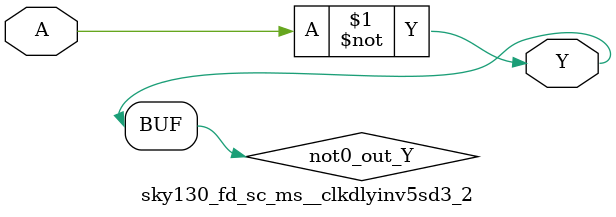
<source format=v>
module sky130_fd_sc_ms__clkdlyinv5sd3_2 (
    Y,
    A
);
    output Y;
    input  A;
    wire not0_out_Y;
    not not0 (not0_out_Y, A              );
    buf buf0 (Y         , not0_out_Y     );
endmodule
</source>
